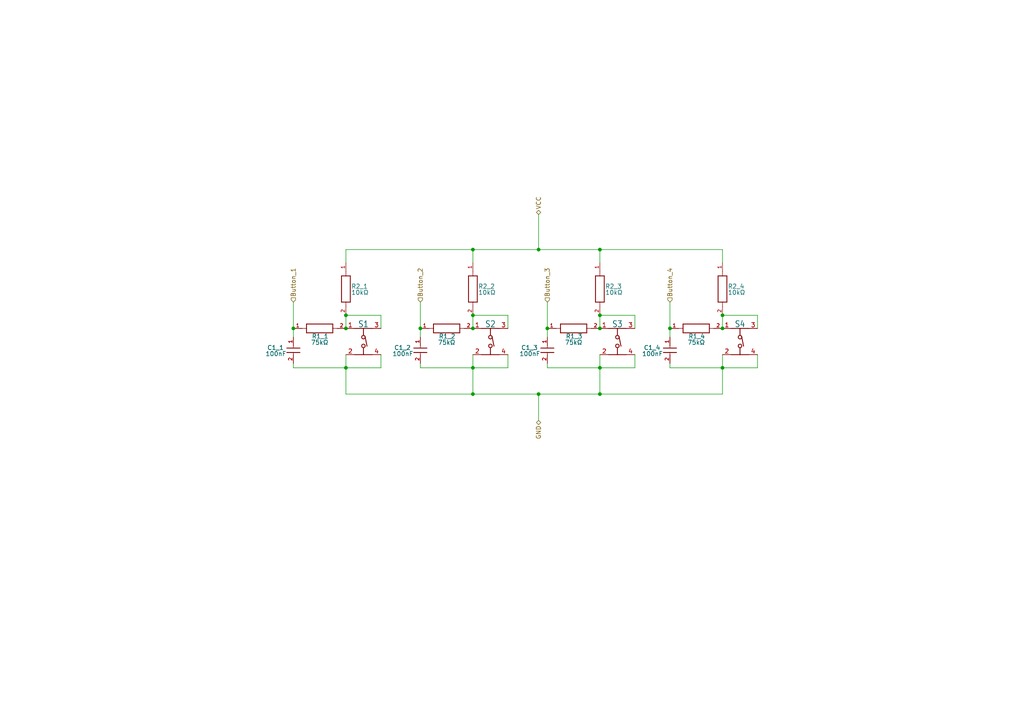
<source format=kicad_sch>
(kicad_sch (version 20231120) (generator "eeschema") (generator_version "8.0")
  (paper "A4")
  (lib_symbols
    (symbol "430182050816_1"
      (property "Reference" "S2" (at 0 6.35 0))
      (symbol "430182050816_1_1_0"
        (polyline (pts (xy 0 -2.54) (xy -2.54 -2.54)) (stroke (width 0.254)))
        (polyline (pts (xy 0 -2.54) (xy 0 -0.635)) (stroke (width 0.254)))
        (polyline (pts (xy 0 3.175) (xy 0 5.08)) (stroke (width 0.254)))
        (polyline (pts (xy 0 5.08) (xy -2.54 5.08)) (stroke (width 0.254)))
        (polyline (pts (xy 0.47 2.74) (xy 1.04 -0.07)) (stroke (width 0.254)))
        (polyline (pts (xy 2.54 -2.54) (xy 0 -2.54)) (stroke (width 0.254)))
        (polyline (pts (xy 2.54 5.08) (xy 0 5.08)) (stroke (width 0.254)))
        (circle (center 0 0) (radius 0.508) (stroke (width 0.254)))
        (circle (center 0 2.54) (radius 0.508) (stroke (width 0.254)))
        (pin passive line (at -5.08 5.08 0) (length 2.54) (name "1") (number "1"))
        (pin passive line (at -5.08 -2.54 0) (length 2.54) (name "2") (number "2"))
        (pin passive line (at 5.08 5.08 180) (length 2.54) (name "3") (number "3"))
        (pin passive line (at 5.08 -2.54 180) (length 2.54) (name "4") (number "4"))
      )
    )
    (symbol "430182050816_2"
      (property "Reference" "S3" (at 0 6.35 0))
      (symbol "430182050816_2_1_0"
        (polyline (pts (xy 0 -2.54) (xy -2.54 -2.54)) (stroke (width 0.254)))
        (polyline (pts (xy 0 -2.54) (xy 0 -0.635)) (stroke (width 0.254)))
        (polyline (pts (xy 0 3.175) (xy 0 5.08)) (stroke (width 0.254)))
        (polyline (pts (xy 0 5.08) (xy -2.54 5.08)) (stroke (width 0.254)))
        (polyline (pts (xy 0.47 2.74) (xy 1.04 -0.07)) (stroke (width 0.254)))
        (polyline (pts (xy 2.54 -2.54) (xy 0 -2.54)) (stroke (width 0.254)))
        (polyline (pts (xy 2.54 5.08) (xy 0 5.08)) (stroke (width 0.254)))
        (circle (center 0 0) (radius 0.508) (stroke (width 0.254)))
        (circle (center 0 2.54) (radius 0.508) (stroke (width 0.254)))
        (pin passive line (at -5.08 5.08 0) (length 2.54) (name "1") (number "1"))
        (pin passive line (at -5.08 -2.54 0) (length 2.54) (name "2") (number "2"))
        (pin passive line (at 5.08 5.08 180) (length 2.54) (name "3") (number "3"))
        (pin passive line (at 5.08 -2.54 180) (length 2.54) (name "4") (number "4"))
      )
    )
    (symbol "Projektarbeit_button:430182050816"
      (property "Reference" "S4" (at 0 6.35 0))
      (symbol "430182050816_1_0"
        (polyline (pts (xy 0 -2.54) (xy -2.54 -2.54)) (stroke (width 0.254)))
        (polyline (pts (xy 0 -2.54) (xy 0 -0.635)) (stroke (width 0.254)))
        (polyline (pts (xy 0 3.175) (xy 0 5.08)) (stroke (width 0.254)))
        (polyline (pts (xy 0 5.08) (xy -2.54 5.08)) (stroke (width 0.254)))
        (polyline (pts (xy 0.47 2.74) (xy 1.04 -0.07)) (stroke (width 0.254)))
        (polyline (pts (xy 2.54 -2.54) (xy 0 -2.54)) (stroke (width 0.254)))
        (polyline (pts (xy 2.54 5.08) (xy 0 5.08)) (stroke (width 0.254)))
        (circle (center 0 0) (radius 0.508) (stroke (width 0.254)))
        (circle (center 0 2.54) (radius 0.508) (stroke (width 0.254)))
        (pin passive line (at -5.08 5.08 0) (length 2.54) (name "1") (number "1"))
        (pin passive line (at -5.08 -2.54 0) (length 2.54) (name "2") (number "2"))
        (pin passive line (at 5.08 5.08 180) (length 2.54) (name "3") (number "3"))
        (pin passive line (at 5.08 -2.54 180) (length 2.54) (name "4") (number "4"))
      )
    )
    (symbol "WCAP-CSGP_0603:WCAP-CSGP_0603" (pin_names (offset 1.016))
      (property "Reference" "C" (at 1.27 2.54 0))
      (property "Value" "WCAP-CSGP_0603" (at 1.27 -5.08 0))
      (symbol "WCAP-CSGP_0603_0_0"
        (polyline (pts (xy 0 0) (xy 0.6426 0)) (stroke (width 0.1524)))
        (polyline (pts (xy 0.635 -1.905) (xy 0.635 1.905)) (stroke (width 0.254)))
        (polyline (pts (xy 1.905 1.905) (xy 1.905 -1.905)) (stroke (width 0.254)))
        (polyline (pts (xy 1.9279 0) (xy 2.5705 0)) (stroke (width 0.1524)))
        (pin passive line (at -2.54 0 0) (length 2.54) (name "~") (number "1"))
        (pin passive line (at 5.08 0 180) (length 2.54) (name "~") (number "2"))
      )
    )
    (symbol "WRIS-RSKS_0603:WRIS-RSKS_0603" (pin_names (offset 1.016))
      (property "Reference" "R" (at 0 2.54 0))
      (property "Value" "WRIS-RSKS_0603" (at 0 -3.81 0))
      (symbol "WRIS-RSKS_0603_0_0"
        (polyline (pts (xy -5.08 0) (xy -3.81 0)) (stroke (width 0.1524)))
        (polyline (pts (xy -3.81 -1.27) (xy 3.81 -1.27)) (stroke (width 0.254)))
        (polyline (pts (xy -3.81 0) (xy -3.81 -1.27)) (stroke (width 0.254)))
        (polyline (pts (xy -3.81 1.27) (xy -3.81 0)) (stroke (width 0.254)))
        (polyline (pts (xy 3.81 -1.27) (xy 3.81 0)) (stroke (width 0.254)))
        (polyline (pts (xy 3.81 0) (xy 3.81 1.27)) (stroke (width 0.254)))
        (polyline (pts (xy 3.81 0) (xy 5.08 0)) (stroke (width 0.1524)))
        (polyline (pts (xy 3.81 1.27) (xy -3.81 1.27)) (stroke (width 0.254)))
        (pin passive line (at -7.62 0 0) (length 2.54) (name "~") (number "1"))
        (pin passive line (at 7.62 0 180) (length 2.54) (name "~") (number "2"))
      )
    )
  )
  (junction (at 137.16 95.25))
  (junction (at 100.33 95.25))
  (junction (at 100.33 91.44))
  (junction (at 156.21 114.3))
  (junction (at 173.99 91.44))
  (junction (at 158.75 95.25))
  (junction (at 173.99 72.39))
  (junction (at 137.16 114.3))
  (junction (at 209.55 106.68))
  (junction (at 173.99 95.25))
  (junction (at 137.16 106.68))
  (junction (at 137.16 91.44))
  (junction (at 173.99 106.68))
  (junction (at 100.33 106.68))
  (junction (at 173.99 114.3))
  (junction (at 121.92 95.25))
  (junction (at 156.21 72.39))
  (junction (at 137.16 72.39))
  (junction (at 209.55 95.25))
  (junction (at 194.31 95.25))
  (junction (at 209.55 91.44))
  (junction (at 85.09 95.25))
  (wire (pts (xy 219.71 95.25) (xy 219.71 91.44)))
  (wire (pts (xy 156.21 62.23) (xy 156.21 72.39)))
  (wire (pts (xy 100.33 91.44) (xy 110.49 91.44)))
  (wire (pts (xy 184.15 95.25) (xy 184.15 91.44)))
  (wire (pts (xy 173.99 106.68) (xy 173.99 114.3)))
  (wire (pts (xy 194.31 87.63) (xy 194.31 95.25)))
  (wire (pts (xy 209.55 72.39) (xy 209.55 76.2)))
  (wire (pts (xy 85.09 95.25) (xy 85.09 97.79)))
  (wire (pts (xy 137.16 91.44) (xy 137.16 95.25)))
  (wire (pts (xy 219.71 102.87) (xy 219.71 106.68)))
  (wire (pts (xy 121.92 106.68) (xy 137.16 106.68)))
  (wire (pts (xy 209.55 106.68) (xy 209.55 114.3)))
  (wire (pts (xy 158.75 105.41) (xy 158.75 106.68)))
  (wire (pts (xy 100.33 91.44) (xy 100.33 95.25)))
  (wire (pts (xy 137.16 106.68) (xy 147.32 106.68)))
  (wire (pts (xy 100.33 106.68) (xy 110.49 106.68)))
  (wire (pts (xy 173.99 102.87) (xy 173.99 106.68)))
  (wire (pts (xy 110.49 102.87) (xy 110.49 106.68)))
  (wire (pts (xy 100.33 72.39) (xy 137.16 72.39)))
  (wire (pts (xy 194.31 105.41) (xy 194.31 106.68)))
  (wire (pts (xy 137.16 106.68) (xy 137.16 114.3)))
  (wire (pts (xy 100.33 106.68) (xy 100.33 114.3)))
  (wire (pts (xy 156.21 121.92) (xy 156.21 114.3)))
  (wire (pts (xy 137.16 102.87) (xy 137.16 106.68)))
  (wire (pts (xy 173.99 91.44) (xy 184.15 91.44)))
  (wire (pts (xy 110.49 95.25) (xy 110.49 91.44)))
  (wire (pts (xy 85.09 106.68) (xy 100.33 106.68)))
  (wire (pts (xy 156.21 114.3) (xy 137.16 114.3)))
  (wire (pts (xy 137.16 72.39) (xy 156.21 72.39)))
  (wire (pts (xy 194.31 95.25) (xy 194.31 97.79)))
  (wire (pts (xy 100.33 102.87) (xy 100.33 106.68)))
  (wire (pts (xy 173.99 91.44) (xy 173.99 95.25)))
  (wire (pts (xy 121.92 95.25) (xy 121.92 97.79)))
  (wire (pts (xy 121.92 105.41) (xy 121.92 106.68)))
  (wire (pts (xy 173.99 106.68) (xy 184.15 106.68)))
  (wire (pts (xy 209.55 102.87) (xy 209.55 106.68)))
  (wire (pts (xy 209.55 91.44) (xy 219.71 91.44)))
  (wire (pts (xy 158.75 95.25) (xy 158.75 97.79)))
  (wire (pts (xy 158.75 106.68) (xy 173.99 106.68)))
  (wire (pts (xy 158.75 87.63) (xy 158.75 95.25)))
  (wire (pts (xy 85.09 105.41) (xy 85.09 106.68)))
  (wire (pts (xy 147.32 102.87) (xy 147.32 106.68)))
  (wire (pts (xy 209.55 106.68) (xy 219.71 106.68)))
  (wire (pts (xy 100.33 114.3) (xy 137.16 114.3)))
  (wire (pts (xy 147.32 95.25) (xy 147.32 91.44)))
  (wire (pts (xy 121.92 87.63) (xy 121.92 95.25)))
  (wire (pts (xy 85.09 87.63) (xy 85.09 95.25)))
  (wire (pts (xy 173.99 114.3) (xy 209.55 114.3)))
  (wire (pts (xy 173.99 72.39) (xy 209.55 72.39)))
  (wire (pts (xy 137.16 72.39) (xy 137.16 76.2)))
  (wire (pts (xy 209.55 91.44) (xy 209.55 95.25)))
  (wire (pts (xy 173.99 114.3) (xy 156.21 114.3)))
  (wire (pts (xy 173.99 72.39) (xy 173.99 76.2)))
  (wire (pts (xy 156.21 72.39) (xy 173.99 72.39)))
  (wire (pts (xy 184.15 102.87) (xy 184.15 106.68)))
  (wire (pts (xy 100.33 72.39) (xy 100.33 76.2)))
  (wire (pts (xy 194.31 106.68) (xy 209.55 106.68)))
  (wire (pts (xy 137.16 91.44) (xy 147.32 91.44)))
  (hierarchical_label "VCC" (shape bidirectional) (at 156.21 62.23 90))
  (hierarchical_label "GND" (shape bidirectional) (at 156.21 121.92 270))
  (hierarchical_label "Button_2" (shape input) (at 121.92 87.63 90))
  (hierarchical_label "Button_3" (shape input) (at 158.75 87.63 90))
  (hierarchical_label "Button_4" (shape input) (at 194.31 87.63 90))
  (hierarchical_label "Button_1" (shape input) (at 85.09 87.63 90))
  (symbol (lib_id "WRIS-RSKS_0603:WRIS-RSKS_0603") (at 100.33 83.82 270) (unit 1)
    (property "Reference" "R2_1" (at 101.854 83.058 90) (effects (justify left)))
    (property "Value" "10kΩ" (at 101.854 84.836 90) (effects (justify left)))
    (property "Footprint" "Custom footprints:WRIS-RSKS_0603_REFLOW" (effects (hide yes)))
  )
  (symbol (lib_id "WCAP-CSGP_0603:WCAP-CSGP_0603") (at 85.09 100.33 270) (unit 1)
    (property "Reference" "C1_1" (at 77.47 100.838 90) (effects (justify left)))
    (property "Value" "100nF" (at 76.962 102.616 90) (effects (justify left)))
    (property "Footprint" "Custom footprints:WCAP-CSGP_0603_R" (effects (hide yes)))
    (property "MF" "Würth Elektronik" (effects (hide yes)))
    (property "Description_1" "\nCapacitor 100nF Multilayer Ceramic MLCC10 V , X7R Dielectric 0603 Surface Mount | Wurth Electronics 885012206020\n" (effects (hide yes)))
    (property "Package" "0603 Wurth Electronics" (effects (hide yes)))
    (property "Price" "None" (effects (hide yes)))
    (property "SnapEDA_Link" "https://www.snapeda.com/parts/885012206020/Wurth+Elektronik/view-part/?ref=snap" (effects (hide yes)))
    (property "MP" "885012206020" (effects (hide yes)))
    (property "Availability" "In Stock" (effects (hide yes)))
    (property "Check_prices" "https://www.snapeda.com/parts/885012206020/Wurth+Elektronik/view-part/?ref=eda" (effects (hide yes)))
  )
  (symbol (lib_id "WCAP-CSGP_0603:WCAP-CSGP_0603") (at 194.31 100.33 270) (unit 1)
    (property "Reference" "C1_4" (at 186.69 100.838 90) (effects (justify left)))
    (property "Value" "100nF" (at 186.182 102.616 90) (effects (justify left)))
    (property "Footprint" "Custom footprints:WCAP-CSGP_0603_R" (effects (hide yes)))
    (property "MF" "Würth Elektronik" (effects (hide yes)))
    (property "Description_1" "\nCapacitor 100nF Multilayer Ceramic MLCC10 V , X7R Dielectric 0603 Surface Mount | Wurth Electronics 885012206020\n" (effects (hide yes)))
    (property "Package" "0603 Wurth Electronics" (effects (hide yes)))
    (property "Price" "None" (effects (hide yes)))
    (property "SnapEDA_Link" "https://www.snapeda.com/parts/885012206020/Wurth+Elektronik/view-part/?ref=snap" (effects (hide yes)))
    (property "MP" "885012206020" (effects (hide yes)))
    (property "Availability" "In Stock" (effects (hide yes)))
    (property "Check_prices" "https://www.snapeda.com/parts/885012206020/Wurth+Elektronik/view-part/?ref=eda" (effects (hide yes)))
  )
  (symbol (lib_id "WRIS-RSKS_0603:WRIS-RSKS_0603") (at 173.99 83.82 270) (unit 1)
    (property "Reference" "R2_3" (at 175.514 83.058 90) (effects (justify left)))
    (property "Value" "10kΩ" (at 175.514 84.836 90) (effects (justify left)))
    (property "Footprint" "Custom footprints:WRIS-RSKS_0603_REFLOW" (effects (hide yes)))
  )
  (symbol (lib_id "WRIS-RSKS_0603:WRIS-RSKS_0603") (at 92.71 95.25 0) (unit 1)
    (property "Reference" "R1_1" (at 90.424 97.536 0) (effects (justify left)))
    (property "Value" "75kΩ" (at 90.17 99.314 0) (effects (justify left)))
    (property "Footprint" "Custom footprints:WRIS-RSKS_0603_REFLOW" (effects (hide yes)))
  )
  (symbol (lib_id "WRIS-RSKS_0603:WRIS-RSKS_0603") (at 166.37 95.25 0) (unit 1)
    (property "Reference" "R1_3" (at 164.084 97.536 0) (effects (justify left)))
    (property "Value" "75kΩ" (at 163.83 99.314 0) (effects (justify left)))
    (property "Footprint" "Custom footprints:WRIS-RSKS_0603_REFLOW" (effects (hide yes)))
  )
  (symbol (lib_id "WRIS-RSKS_0603:WRIS-RSKS_0603") (at 209.55 83.82 270) (unit 1)
    (property "Reference" "R2_4" (at 211.074 83.058 90) (effects (justify left)))
    (property "Value" "10kΩ" (at 211.074 84.836 90) (effects (justify left)))
    (property "Footprint" "Custom footprints:WRIS-RSKS_0603_REFLOW" (effects (hide yes)))
  )
  (symbol (lib_id "WRIS-RSKS_0603:WRIS-RSKS_0603") (at 137.16 83.82 270) (unit 1)
    (property "Reference" "R2_2" (at 138.684 83.058 90) (effects (justify left)))
    (property "Value" "10kΩ" (at 138.684 84.836 90) (effects (justify left)))
    (property "Footprint" "Custom footprints:WRIS-RSKS_0603_REFLOW" (effects (hide yes)))
  )
  (symbol (lib_id "WCAP-CSGP_0603:WCAP-CSGP_0603") (at 121.92 100.33 270) (unit 1)
    (property "Reference" "C1_2" (at 114.3 100.838 90) (effects (justify left)))
    (property "Value" "100nF" (at 113.792 102.616 90) (effects (justify left)))
    (property "Footprint" "Custom footprints:WCAP-CSGP_0603_R" (effects (hide yes)))
    (property "MF" "Würth Elektronik" (effects (hide yes)))
    (property "Description_1" "\nCapacitor 100nF Multilayer Ceramic MLCC10 V , X7R Dielectric 0603 Surface Mount | Wurth Electronics 885012206020\n" (effects (hide yes)))
    (property "Package" "0603 Wurth Electronics" (effects (hide yes)))
    (property "Price" "None" (effects (hide yes)))
    (property "SnapEDA_Link" "https://www.snapeda.com/parts/885012206020/Wurth+Elektronik/view-part/?ref=snap" (effects (hide yes)))
    (property "MP" "885012206020" (effects (hide yes)))
    (property "Availability" "In Stock" (effects (hide yes)))
    (property "Check_prices" "https://www.snapeda.com/parts/885012206020/Wurth+Elektronik/view-part/?ref=eda" (effects (hide yes)))
  )
  (symbol (lib_name "430182050816_1") (lib_id "Projektarbeit_button:430182050816") (at 214.63 100.33 0) (unit 1)
    (property "Reference" "S4" (at 214.63 93.98 0) (effects (font (size 1.778 1.5113))))
    (property "Value" "430182050816" (effects (hide yes)))
    (property "Footprint" "Custom footprints:430182050816" (effects (hide yes)))
    (property "Description" "WS-TASV SMT Tact Switch 6x6 mm  Material Properties Cover Material : Stainless Steel  Properties Actuator Material:LCP Actuator Flammability :UL94 V-0 Rating Actuator Color:Black; Salmon; White Frame Material:LCP Flammability Rating:UL94 V-0 Frame Color:Black Contact Material:Stainless Steel Contact Plating:Silver Terminal Material:Copper Alloy Terminal Plating:Silver VR:12 V (DC) Contact Resistance Initial:100 mΩ Contact Resistance After Life Test:2Ω RISO:100 MΩ Withstanding Voltage:250 V (AC) Washable:No Qty.:4000;5000   Mechanical Properties Electrical Life:400; 550; 1000 Stroke :0.25 mm General Information\n\nOperating Temperature:-40 up to +85 °C Washable:No Packaging Properties\nPackaging:Tape and Reel\n\nhttps://www.we-online.com/catalog/media/o37470v209%20Family_WS-TASV_6x6mm_SMD_Tact_Switch_4301820xx8xx.jpg\n\nDetails see: https://www.we-online.com/catalog/en/TASV_6X6_SMD/ https://www.we-online.com/catalog/en/TASV_6X6_SMD/\n\nUpdated by yingchun,Shan;2020-02-18\n2020(C) Würth Elektronik" (effects (hide yes)))
  )
  (symbol (lib_id "WRIS-RSKS_0603:WRIS-RSKS_0603") (at 129.54 95.25 0) (unit 1)
    (property "Reference" "R1_2" (at 127.254 97.536 0) (effects (justify left)))
    (property "Value" "75kΩ" (at 127 99.314 0) (effects (justify left)))
    (property "Footprint" "Custom footprints:WRIS-RSKS_0603_REFLOW" (effects (hide yes)))
  )
  (symbol (lib_name "430182050816_2") (lib_id "Projektarbeit_button:430182050816") (at 142.24 100.33 0) (unit 1)
    (property "Reference" "S2" (at 142.24 93.98 0) (effects (font (size 1.778 1.5113))))
    (property "Value" "430182050816" (effects (hide yes)))
    (property "Footprint" "Custom footprints:430182050816" (effects (hide yes)))
    (property "Description" "WS-TASV SMT Tact Switch 6x6 mm  Material Properties Cover Material : Stainless Steel  Properties Actuator Material:LCP Actuator Flammability :UL94 V-0 Rating Actuator Color:Black; Salmon; White Frame Material:LCP Flammability Rating:UL94 V-0 Frame Color:Black Contact Material:Stainless Steel Contact Plating:Silver Terminal Material:Copper Alloy Terminal Plating:Silver VR:12 V (DC) Contact Resistance Initial:100 mΩ Contact Resistance After Life Test:2Ω RISO:100 MΩ Withstanding Voltage:250 V (AC) Washable:No Qty.:4000;5000   Mechanical Properties Electrical Life:400; 550; 1000 Stroke :0.25 mm General Information\n\nOperating Temperature:-40 up to +85 °C Washable:No Packaging Properties\nPackaging:Tape and Reel\n\nhttps://www.we-online.com/catalog/media/o37470v209%20Family_WS-TASV_6x6mm_SMD_Tact_Switch_4301820xx8xx.jpg\n\nDetails see: https://www.we-online.com/catalog/en/TASV_6X6_SMD/ https://www.we-online.com/catalog/en/TASV_6X6_SMD/\n\nUpdated by yingchun,Shan;2020-02-18\n2020(C) Würth Elektronik" (effects (hide yes)))
  )
  (symbol (lib_id "WCAP-CSGP_0603:WCAP-CSGP_0603") (at 158.75 100.33 270) (unit 1)
    (property "Reference" "C1_3" (at 151.13 100.838 90) (effects (justify left)))
    (property "Value" "100nF" (at 150.622 102.616 90) (effects (justify left)))
    (property "Footprint" "Custom footprints:WCAP-CSGP_0603_R" (effects (hide yes)))
    (property "MF" "Würth Elektronik" (effects (hide yes)))
    (property "Description_1" "\nCapacitor 100nF Multilayer Ceramic MLCC10 V , X7R Dielectric 0603 Surface Mount | Wurth Electronics 885012206020\n" (effects (hide yes)))
    (property "Package" "0603 Wurth Electronics" (effects (hide yes)))
    (property "Price" "None" (effects (hide yes)))
    (property "SnapEDA_Link" "https://www.snapeda.com/parts/885012206020/Wurth+Elektronik/view-part/?ref=snap" (effects (hide yes)))
    (property "MP" "885012206020" (effects (hide yes)))
    (property "Availability" "In Stock" (effects (hide yes)))
    (property "Check_prices" "https://www.snapeda.com/parts/885012206020/Wurth+Elektronik/view-part/?ref=eda" (effects (hide yes)))
  )
  (symbol (lib_id "WRIS-RSKS_0603:WRIS-RSKS_0603") (at 201.93 95.25 0) (unit 1)
    (property "Reference" "R1_4" (at 199.644 97.536 0) (effects (justify left)))
    (property "Value" "75kΩ" (at 199.39 99.314 0) (effects (justify left)))
    (property "Footprint" "Custom footprints:WRIS-RSKS_0603_REFLOW" (effects (hide yes)))
  )
  (symbol (lib_name "430182050816_1") (lib_id "Projektarbeit_button:430182050816") (at 179.07 100.33 0) (unit 1)
    (property "Reference" "S3" (at 179.07 93.98 0) (effects (font (size 1.778 1.5113))))
    (property "Value" "430182050816" (effects (hide yes)))
    (property "Footprint" "Custom footprints:430182050816" (effects (hide yes)))
    (property "Description" "WS-TASV SMT Tact Switch 6x6 mm  Material Properties Cover Material : Stainless Steel  Properties Actuator Material:LCP Actuator Flammability :UL94 V-0 Rating Actuator Color:Black; Salmon; White Frame Material:LCP Flammability Rating:UL94 V-0 Frame Color:Black Contact Material:Stainless Steel Contact Plating:Silver Terminal Material:Copper Alloy Terminal Plating:Silver VR:12 V (DC) Contact Resistance Initial:100 mΩ Contact Resistance After Life Test:2Ω RISO:100 MΩ Withstanding Voltage:250 V (AC) Washable:No Qty.:4000;5000   Mechanical Properties Electrical Life:400; 550; 1000 Stroke :0.25 mm General Information\n\nOperating Temperature:-40 up to +85 °C Washable:No Packaging Properties\nPackaging:Tape and Reel\n\nhttps://www.we-online.com/catalog/media/o37470v209%20Family_WS-TASV_6x6mm_SMD_Tact_Switch_4301820xx8xx.jpg\n\nDetails see: https://www.we-online.com/catalog/en/TASV_6X6_SMD/ https://www.we-online.com/catalog/en/TASV_6X6_SMD/\n\nUpdated by yingchun,Shan;2020-02-18\n2020(C) Würth Elektronik" (effects (hide yes)))
  )
  (symbol (lib_id "Projektarbeit_button:430182050816") (at 105.41 100.33 0) (unit 1)
    (property "Reference" "S1" (at 105.41 93.98 0) (effects (font (size 1.778 1.5113))))
    (property "Value" "430182050816" (effects (hide yes)))
    (property "Footprint" "Custom footprints:430182050816" (effects (hide yes)))
    (property "Description" "WS-TASV SMT Tact Switch 6x6 mm  Material Properties Cover Material : Stainless Steel  Properties Actuator Material:LCP Actuator Flammability :UL94 V-0 Rating Actuator Color:Black; Salmon; White Frame Material:LCP Flammability Rating:UL94 V-0 Frame Color:Black Contact Material:Stainless Steel Contact Plating:Silver Terminal Material:Copper Alloy Terminal Plating:Silver VR:12 V (DC) Contact Resistance Initial:100 mΩ Contact Resistance After Life Test:2Ω RISO:100 MΩ Withstanding Voltage:250 V (AC) Washable:No Qty.:4000;5000   Mechanical Properties Electrical Life:400; 550; 1000 Stroke :0.25 mm General Information\n\nOperating Temperature:-40 up to +85 °C Washable:No Packaging Properties\nPackaging:Tape and Reel\n\nhttps://www.we-online.com/catalog/media/o37470v209%20Family_WS-TASV_6x6mm_SMD_Tact_Switch_4301820xx8xx.jpg\n\nDetails see: https://www.we-online.com/catalog/en/TASV_6X6_SMD/ https://www.we-online.com/catalog/en/TASV_6X6_SMD/\n\nUpdated by yingchun,Shan;2020-02-18\n2020(C) Würth Elektronik" (effects (hide yes)))
  )
)
</source>
